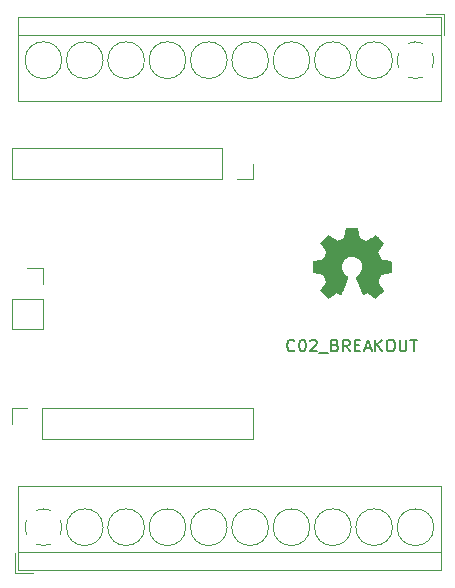
<source format=gbr>
G04 #@! TF.GenerationSoftware,KiCad,Pcbnew,5.1.5-52549c5~86~ubuntu18.04.1*
G04 #@! TF.CreationDate,2020-09-08T17:42:28-05:00*
G04 #@! TF.ProjectId,C02,4330322e-6b69-4636-9164-5f7063625858,rev?*
G04 #@! TF.SameCoordinates,Original*
G04 #@! TF.FileFunction,Legend,Top*
G04 #@! TF.FilePolarity,Positive*
%FSLAX46Y46*%
G04 Gerber Fmt 4.6, Leading zero omitted, Abs format (unit mm)*
G04 Created by KiCad (PCBNEW 5.1.5-52549c5~86~ubuntu18.04.1) date 2020-09-08 17:42:28*
%MOMM*%
%LPD*%
G04 APERTURE LIST*
%ADD10C,0.150000*%
%ADD11C,0.120000*%
%ADD12C,0.010000*%
G04 APERTURE END LIST*
D10*
X44061666Y-48921942D02*
X44014047Y-48969561D01*
X43871190Y-49017180D01*
X43775952Y-49017180D01*
X43633095Y-48969561D01*
X43537857Y-48874323D01*
X43490238Y-48779085D01*
X43442619Y-48588609D01*
X43442619Y-48445752D01*
X43490238Y-48255276D01*
X43537857Y-48160038D01*
X43633095Y-48064800D01*
X43775952Y-48017180D01*
X43871190Y-48017180D01*
X44014047Y-48064800D01*
X44061666Y-48112419D01*
X44680714Y-48017180D02*
X44775952Y-48017180D01*
X44871190Y-48064800D01*
X44918809Y-48112419D01*
X44966428Y-48207657D01*
X45014047Y-48398133D01*
X45014047Y-48636228D01*
X44966428Y-48826704D01*
X44918809Y-48921942D01*
X44871190Y-48969561D01*
X44775952Y-49017180D01*
X44680714Y-49017180D01*
X44585476Y-48969561D01*
X44537857Y-48921942D01*
X44490238Y-48826704D01*
X44442619Y-48636228D01*
X44442619Y-48398133D01*
X44490238Y-48207657D01*
X44537857Y-48112419D01*
X44585476Y-48064800D01*
X44680714Y-48017180D01*
X45395000Y-48112419D02*
X45442619Y-48064800D01*
X45537857Y-48017180D01*
X45775952Y-48017180D01*
X45871190Y-48064800D01*
X45918809Y-48112419D01*
X45966428Y-48207657D01*
X45966428Y-48302895D01*
X45918809Y-48445752D01*
X45347380Y-49017180D01*
X45966428Y-49017180D01*
X46156904Y-49112419D02*
X46918809Y-49112419D01*
X47490238Y-48493371D02*
X47633095Y-48540990D01*
X47680714Y-48588609D01*
X47728333Y-48683847D01*
X47728333Y-48826704D01*
X47680714Y-48921942D01*
X47633095Y-48969561D01*
X47537857Y-49017180D01*
X47156904Y-49017180D01*
X47156904Y-48017180D01*
X47490238Y-48017180D01*
X47585476Y-48064800D01*
X47633095Y-48112419D01*
X47680714Y-48207657D01*
X47680714Y-48302895D01*
X47633095Y-48398133D01*
X47585476Y-48445752D01*
X47490238Y-48493371D01*
X47156904Y-48493371D01*
X48728333Y-49017180D02*
X48395000Y-48540990D01*
X48156904Y-49017180D02*
X48156904Y-48017180D01*
X48537857Y-48017180D01*
X48633095Y-48064800D01*
X48680714Y-48112419D01*
X48728333Y-48207657D01*
X48728333Y-48350514D01*
X48680714Y-48445752D01*
X48633095Y-48493371D01*
X48537857Y-48540990D01*
X48156904Y-48540990D01*
X49156904Y-48493371D02*
X49490238Y-48493371D01*
X49633095Y-49017180D02*
X49156904Y-49017180D01*
X49156904Y-48017180D01*
X49633095Y-48017180D01*
X50014047Y-48731466D02*
X50490238Y-48731466D01*
X49918809Y-49017180D02*
X50252142Y-48017180D01*
X50585476Y-49017180D01*
X50918809Y-49017180D02*
X50918809Y-48017180D01*
X51490238Y-49017180D02*
X51061666Y-48445752D01*
X51490238Y-48017180D02*
X50918809Y-48588609D01*
X52109285Y-48017180D02*
X52299761Y-48017180D01*
X52395000Y-48064800D01*
X52490238Y-48160038D01*
X52537857Y-48350514D01*
X52537857Y-48683847D01*
X52490238Y-48874323D01*
X52395000Y-48969561D01*
X52299761Y-49017180D01*
X52109285Y-49017180D01*
X52014047Y-48969561D01*
X51918809Y-48874323D01*
X51871190Y-48683847D01*
X51871190Y-48350514D01*
X51918809Y-48160038D01*
X52014047Y-48064800D01*
X52109285Y-48017180D01*
X52966428Y-48017180D02*
X52966428Y-48826704D01*
X53014047Y-48921942D01*
X53061666Y-48969561D01*
X53156904Y-49017180D01*
X53347380Y-49017180D01*
X53442619Y-48969561D01*
X53490238Y-48921942D01*
X53537857Y-48826704D01*
X53537857Y-48017180D01*
X53871190Y-48017180D02*
X54442619Y-48017180D01*
X54156904Y-49017180D02*
X54156904Y-48017180D01*
D11*
X21437600Y-41960000D02*
X22767600Y-41960000D01*
X22767600Y-41960000D02*
X22767600Y-43290000D01*
X22767600Y-44560000D02*
X22767600Y-47160000D01*
X20107600Y-47160000D02*
X22767600Y-47160000D01*
X20107600Y-44560000D02*
X20107600Y-47160000D01*
X20107600Y-44560000D02*
X22767600Y-44560000D01*
X20107600Y-55130000D02*
X20107600Y-53800000D01*
X20107600Y-53800000D02*
X21437600Y-53800000D01*
X22707600Y-53800000D02*
X40547600Y-53800000D01*
X40547600Y-56460000D02*
X40547600Y-53800000D01*
X22707600Y-56460000D02*
X40547600Y-56460000D01*
X22707600Y-56460000D02*
X22707600Y-53800000D01*
X40547600Y-33130000D02*
X40547600Y-34460000D01*
X40547600Y-34460000D02*
X39217600Y-34460000D01*
X37947600Y-34460000D02*
X20107600Y-34460000D01*
X20107600Y-31800000D02*
X20107600Y-34460000D01*
X37947600Y-31800000D02*
X20107600Y-31800000D01*
X37947600Y-31800000D02*
X37947600Y-34460000D01*
D12*
G36*
X49450814Y-38997931D02*
G01*
X49534635Y-39442555D01*
X49843920Y-39570053D01*
X50153206Y-39697551D01*
X50524246Y-39445246D01*
X50628157Y-39374996D01*
X50722087Y-39312272D01*
X50801652Y-39259938D01*
X50862470Y-39220857D01*
X50900157Y-39197893D01*
X50910421Y-39192942D01*
X50928910Y-39205676D01*
X50968420Y-39240882D01*
X51024522Y-39294062D01*
X51092787Y-39360718D01*
X51168786Y-39436354D01*
X51248092Y-39516472D01*
X51326275Y-39596574D01*
X51398907Y-39672164D01*
X51461559Y-39738745D01*
X51509803Y-39791818D01*
X51539210Y-39826887D01*
X51546241Y-39838623D01*
X51536123Y-39860260D01*
X51507759Y-39907662D01*
X51464129Y-39976193D01*
X51408218Y-40061215D01*
X51343006Y-40158093D01*
X51305219Y-40213350D01*
X51236343Y-40314248D01*
X51175140Y-40405299D01*
X51124578Y-40481970D01*
X51087628Y-40539728D01*
X51067258Y-40574043D01*
X51064197Y-40581254D01*
X51071136Y-40601748D01*
X51090051Y-40649513D01*
X51118087Y-40717832D01*
X51152391Y-40799989D01*
X51190109Y-40889270D01*
X51228387Y-40978958D01*
X51264370Y-41062338D01*
X51295206Y-41132694D01*
X51318039Y-41183310D01*
X51330017Y-41207471D01*
X51330724Y-41208422D01*
X51349531Y-41213036D01*
X51399618Y-41223328D01*
X51475793Y-41238287D01*
X51572865Y-41256901D01*
X51685643Y-41278159D01*
X51751442Y-41290418D01*
X51871950Y-41313362D01*
X51980797Y-41335195D01*
X52072476Y-41354722D01*
X52141481Y-41370748D01*
X52182304Y-41382079D01*
X52190511Y-41385674D01*
X52198548Y-41410006D01*
X52205033Y-41464959D01*
X52209970Y-41544108D01*
X52213364Y-41641026D01*
X52215218Y-41749287D01*
X52215538Y-41862465D01*
X52214327Y-41974135D01*
X52211590Y-42077868D01*
X52207331Y-42167241D01*
X52201555Y-42235826D01*
X52194267Y-42277197D01*
X52189895Y-42285810D01*
X52163764Y-42296133D01*
X52108393Y-42310892D01*
X52031107Y-42328352D01*
X51939230Y-42346780D01*
X51907158Y-42352741D01*
X51752524Y-42381066D01*
X51630375Y-42403876D01*
X51536673Y-42422080D01*
X51467384Y-42436583D01*
X51418471Y-42448292D01*
X51385897Y-42458115D01*
X51365628Y-42466956D01*
X51353626Y-42475724D01*
X51351947Y-42477457D01*
X51335184Y-42505371D01*
X51309614Y-42559695D01*
X51277788Y-42633777D01*
X51242260Y-42720965D01*
X51205583Y-42814608D01*
X51170311Y-42908052D01*
X51138996Y-42994647D01*
X51114193Y-43067740D01*
X51098454Y-43120678D01*
X51094332Y-43146811D01*
X51094676Y-43147726D01*
X51108641Y-43169086D01*
X51140322Y-43216084D01*
X51186391Y-43283827D01*
X51243518Y-43367423D01*
X51308373Y-43461982D01*
X51326843Y-43488854D01*
X51392699Y-43586275D01*
X51450650Y-43675163D01*
X51497538Y-43750412D01*
X51530207Y-43806920D01*
X51545500Y-43839581D01*
X51546241Y-43843593D01*
X51533392Y-43864684D01*
X51497888Y-43906464D01*
X51444293Y-43964445D01*
X51377171Y-44034135D01*
X51301087Y-44111045D01*
X51220604Y-44190683D01*
X51140287Y-44268561D01*
X51064699Y-44340186D01*
X50998405Y-44401070D01*
X50945969Y-44446721D01*
X50911955Y-44472650D01*
X50902545Y-44476883D01*
X50880643Y-44466912D01*
X50835800Y-44440020D01*
X50775321Y-44400736D01*
X50728789Y-44369117D01*
X50644475Y-44311098D01*
X50544626Y-44242784D01*
X50444473Y-44174579D01*
X50390627Y-44138075D01*
X50208371Y-44014800D01*
X50055381Y-44097520D01*
X49985682Y-44133759D01*
X49926414Y-44161926D01*
X49886311Y-44177991D01*
X49876103Y-44180226D01*
X49863829Y-44163722D01*
X49839613Y-44117082D01*
X49805263Y-44044609D01*
X49762588Y-43950606D01*
X49713394Y-43839374D01*
X49659490Y-43715215D01*
X49602684Y-43582432D01*
X49544782Y-43445327D01*
X49487593Y-43308202D01*
X49432924Y-43175358D01*
X49382584Y-43051098D01*
X49338380Y-42939725D01*
X49302119Y-42845539D01*
X49275609Y-42772844D01*
X49260658Y-42725941D01*
X49258254Y-42709833D01*
X49277311Y-42689286D01*
X49319036Y-42655933D01*
X49374706Y-42616702D01*
X49379378Y-42613599D01*
X49523264Y-42498423D01*
X49639283Y-42364053D01*
X49726430Y-42214784D01*
X49783699Y-42054913D01*
X49810086Y-41888737D01*
X49804585Y-41720552D01*
X49766190Y-41554655D01*
X49693895Y-41395342D01*
X49672626Y-41360487D01*
X49561996Y-41219737D01*
X49431302Y-41106714D01*
X49285064Y-41022003D01*
X49127808Y-40966194D01*
X48964057Y-40939874D01*
X48798333Y-40943630D01*
X48635162Y-40978050D01*
X48479065Y-41043723D01*
X48334567Y-41141235D01*
X48289869Y-41180813D01*
X48176112Y-41304703D01*
X48093218Y-41435124D01*
X48036356Y-41581315D01*
X48004687Y-41726088D01*
X47996869Y-41888860D01*
X48022938Y-42052440D01*
X48080245Y-42211298D01*
X48166144Y-42359906D01*
X48277986Y-42492735D01*
X48413123Y-42604256D01*
X48430883Y-42616011D01*
X48487150Y-42654508D01*
X48529923Y-42687863D01*
X48550372Y-42709160D01*
X48550669Y-42709833D01*
X48546279Y-42732871D01*
X48528876Y-42785157D01*
X48500268Y-42862390D01*
X48462265Y-42960268D01*
X48416674Y-43074491D01*
X48365303Y-43200758D01*
X48309962Y-43334767D01*
X48252458Y-43472218D01*
X48194601Y-43608808D01*
X48138198Y-43740237D01*
X48085058Y-43862205D01*
X48036990Y-43970409D01*
X47995801Y-44060549D01*
X47963301Y-44128323D01*
X47941297Y-44169430D01*
X47932436Y-44180226D01*
X47905360Y-44171819D01*
X47854697Y-44149272D01*
X47789183Y-44116613D01*
X47753159Y-44097520D01*
X47600168Y-44014800D01*
X47417912Y-44138075D01*
X47324875Y-44201228D01*
X47223015Y-44270727D01*
X47127562Y-44336165D01*
X47079750Y-44369117D01*
X47012505Y-44414273D01*
X46955564Y-44450057D01*
X46916354Y-44471938D01*
X46903619Y-44476563D01*
X46885083Y-44464085D01*
X46844059Y-44429252D01*
X46784525Y-44375678D01*
X46710458Y-44306983D01*
X46625835Y-44226781D01*
X46572315Y-44175286D01*
X46478681Y-44083286D01*
X46397759Y-44000999D01*
X46332823Y-43931945D01*
X46287142Y-43879644D01*
X46263989Y-43847616D01*
X46261768Y-43841116D01*
X46272076Y-43816394D01*
X46300561Y-43766405D01*
X46344063Y-43696212D01*
X46399423Y-43610875D01*
X46463480Y-43515456D01*
X46481697Y-43488854D01*
X46548073Y-43392167D01*
X46607622Y-43305117D01*
X46657016Y-43232595D01*
X46692925Y-43179493D01*
X46712019Y-43150703D01*
X46713864Y-43147726D01*
X46711105Y-43124782D01*
X46696462Y-43074336D01*
X46672487Y-43003041D01*
X46641734Y-42917547D01*
X46606756Y-42824507D01*
X46570107Y-42730574D01*
X46534339Y-42642399D01*
X46502006Y-42566634D01*
X46475662Y-42509931D01*
X46457858Y-42478943D01*
X46456593Y-42477457D01*
X46445706Y-42468601D01*
X46427318Y-42459843D01*
X46397394Y-42450277D01*
X46351897Y-42438996D01*
X46286791Y-42425093D01*
X46198039Y-42407663D01*
X46081607Y-42385798D01*
X45933458Y-42358591D01*
X45901382Y-42352741D01*
X45806314Y-42334374D01*
X45723435Y-42316405D01*
X45660070Y-42300569D01*
X45623542Y-42288600D01*
X45618644Y-42285810D01*
X45610573Y-42261072D01*
X45604013Y-42205790D01*
X45598967Y-42126389D01*
X45595441Y-42029296D01*
X45593439Y-41920938D01*
X45592964Y-41807740D01*
X45594023Y-41696128D01*
X45596618Y-41592529D01*
X45600754Y-41503368D01*
X45606437Y-41435072D01*
X45613669Y-41394066D01*
X45618029Y-41385674D01*
X45642302Y-41377208D01*
X45697574Y-41363435D01*
X45778338Y-41345550D01*
X45879088Y-41324748D01*
X45994317Y-41302223D01*
X46057098Y-41290418D01*
X46176213Y-41268151D01*
X46282435Y-41247979D01*
X46370573Y-41230915D01*
X46435434Y-41217969D01*
X46471826Y-41210155D01*
X46477816Y-41208422D01*
X46487939Y-41188890D01*
X46509338Y-41141843D01*
X46539161Y-41074003D01*
X46574555Y-40992091D01*
X46612668Y-40902828D01*
X46650647Y-40812935D01*
X46685640Y-40729135D01*
X46714794Y-40658147D01*
X46735257Y-40606694D01*
X46744177Y-40581497D01*
X46744343Y-40580396D01*
X46734231Y-40560519D01*
X46705883Y-40514777D01*
X46662277Y-40447717D01*
X46606394Y-40363884D01*
X46541213Y-40267826D01*
X46503321Y-40212650D01*
X46434275Y-40111481D01*
X46372950Y-40019630D01*
X46322337Y-39941744D01*
X46285429Y-39882469D01*
X46265218Y-39846451D01*
X46262299Y-39838377D01*
X46274847Y-39819584D01*
X46309537Y-39779457D01*
X46361937Y-39722493D01*
X46427616Y-39653185D01*
X46502144Y-39576031D01*
X46581087Y-39495525D01*
X46660017Y-39416163D01*
X46734500Y-39342440D01*
X46800106Y-39278852D01*
X46852404Y-39229894D01*
X46886961Y-39200061D01*
X46898522Y-39192942D01*
X46917346Y-39202953D01*
X46962369Y-39231078D01*
X47029213Y-39274454D01*
X47113501Y-39330218D01*
X47210856Y-39395506D01*
X47284293Y-39445246D01*
X47655333Y-39697551D01*
X48273905Y-39442555D01*
X48357725Y-38997931D01*
X48441546Y-38553307D01*
X49366994Y-38553307D01*
X49450814Y-38997931D01*
G37*
X49450814Y-38997931D02*
X49534635Y-39442555D01*
X49843920Y-39570053D01*
X50153206Y-39697551D01*
X50524246Y-39445246D01*
X50628157Y-39374996D01*
X50722087Y-39312272D01*
X50801652Y-39259938D01*
X50862470Y-39220857D01*
X50900157Y-39197893D01*
X50910421Y-39192942D01*
X50928910Y-39205676D01*
X50968420Y-39240882D01*
X51024522Y-39294062D01*
X51092787Y-39360718D01*
X51168786Y-39436354D01*
X51248092Y-39516472D01*
X51326275Y-39596574D01*
X51398907Y-39672164D01*
X51461559Y-39738745D01*
X51509803Y-39791818D01*
X51539210Y-39826887D01*
X51546241Y-39838623D01*
X51536123Y-39860260D01*
X51507759Y-39907662D01*
X51464129Y-39976193D01*
X51408218Y-40061215D01*
X51343006Y-40158093D01*
X51305219Y-40213350D01*
X51236343Y-40314248D01*
X51175140Y-40405299D01*
X51124578Y-40481970D01*
X51087628Y-40539728D01*
X51067258Y-40574043D01*
X51064197Y-40581254D01*
X51071136Y-40601748D01*
X51090051Y-40649513D01*
X51118087Y-40717832D01*
X51152391Y-40799989D01*
X51190109Y-40889270D01*
X51228387Y-40978958D01*
X51264370Y-41062338D01*
X51295206Y-41132694D01*
X51318039Y-41183310D01*
X51330017Y-41207471D01*
X51330724Y-41208422D01*
X51349531Y-41213036D01*
X51399618Y-41223328D01*
X51475793Y-41238287D01*
X51572865Y-41256901D01*
X51685643Y-41278159D01*
X51751442Y-41290418D01*
X51871950Y-41313362D01*
X51980797Y-41335195D01*
X52072476Y-41354722D01*
X52141481Y-41370748D01*
X52182304Y-41382079D01*
X52190511Y-41385674D01*
X52198548Y-41410006D01*
X52205033Y-41464959D01*
X52209970Y-41544108D01*
X52213364Y-41641026D01*
X52215218Y-41749287D01*
X52215538Y-41862465D01*
X52214327Y-41974135D01*
X52211590Y-42077868D01*
X52207331Y-42167241D01*
X52201555Y-42235826D01*
X52194267Y-42277197D01*
X52189895Y-42285810D01*
X52163764Y-42296133D01*
X52108393Y-42310892D01*
X52031107Y-42328352D01*
X51939230Y-42346780D01*
X51907158Y-42352741D01*
X51752524Y-42381066D01*
X51630375Y-42403876D01*
X51536673Y-42422080D01*
X51467384Y-42436583D01*
X51418471Y-42448292D01*
X51385897Y-42458115D01*
X51365628Y-42466956D01*
X51353626Y-42475724D01*
X51351947Y-42477457D01*
X51335184Y-42505371D01*
X51309614Y-42559695D01*
X51277788Y-42633777D01*
X51242260Y-42720965D01*
X51205583Y-42814608D01*
X51170311Y-42908052D01*
X51138996Y-42994647D01*
X51114193Y-43067740D01*
X51098454Y-43120678D01*
X51094332Y-43146811D01*
X51094676Y-43147726D01*
X51108641Y-43169086D01*
X51140322Y-43216084D01*
X51186391Y-43283827D01*
X51243518Y-43367423D01*
X51308373Y-43461982D01*
X51326843Y-43488854D01*
X51392699Y-43586275D01*
X51450650Y-43675163D01*
X51497538Y-43750412D01*
X51530207Y-43806920D01*
X51545500Y-43839581D01*
X51546241Y-43843593D01*
X51533392Y-43864684D01*
X51497888Y-43906464D01*
X51444293Y-43964445D01*
X51377171Y-44034135D01*
X51301087Y-44111045D01*
X51220604Y-44190683D01*
X51140287Y-44268561D01*
X51064699Y-44340186D01*
X50998405Y-44401070D01*
X50945969Y-44446721D01*
X50911955Y-44472650D01*
X50902545Y-44476883D01*
X50880643Y-44466912D01*
X50835800Y-44440020D01*
X50775321Y-44400736D01*
X50728789Y-44369117D01*
X50644475Y-44311098D01*
X50544626Y-44242784D01*
X50444473Y-44174579D01*
X50390627Y-44138075D01*
X50208371Y-44014800D01*
X50055381Y-44097520D01*
X49985682Y-44133759D01*
X49926414Y-44161926D01*
X49886311Y-44177991D01*
X49876103Y-44180226D01*
X49863829Y-44163722D01*
X49839613Y-44117082D01*
X49805263Y-44044609D01*
X49762588Y-43950606D01*
X49713394Y-43839374D01*
X49659490Y-43715215D01*
X49602684Y-43582432D01*
X49544782Y-43445327D01*
X49487593Y-43308202D01*
X49432924Y-43175358D01*
X49382584Y-43051098D01*
X49338380Y-42939725D01*
X49302119Y-42845539D01*
X49275609Y-42772844D01*
X49260658Y-42725941D01*
X49258254Y-42709833D01*
X49277311Y-42689286D01*
X49319036Y-42655933D01*
X49374706Y-42616702D01*
X49379378Y-42613599D01*
X49523264Y-42498423D01*
X49639283Y-42364053D01*
X49726430Y-42214784D01*
X49783699Y-42054913D01*
X49810086Y-41888737D01*
X49804585Y-41720552D01*
X49766190Y-41554655D01*
X49693895Y-41395342D01*
X49672626Y-41360487D01*
X49561996Y-41219737D01*
X49431302Y-41106714D01*
X49285064Y-41022003D01*
X49127808Y-40966194D01*
X48964057Y-40939874D01*
X48798333Y-40943630D01*
X48635162Y-40978050D01*
X48479065Y-41043723D01*
X48334567Y-41141235D01*
X48289869Y-41180813D01*
X48176112Y-41304703D01*
X48093218Y-41435124D01*
X48036356Y-41581315D01*
X48004687Y-41726088D01*
X47996869Y-41888860D01*
X48022938Y-42052440D01*
X48080245Y-42211298D01*
X48166144Y-42359906D01*
X48277986Y-42492735D01*
X48413123Y-42604256D01*
X48430883Y-42616011D01*
X48487150Y-42654508D01*
X48529923Y-42687863D01*
X48550372Y-42709160D01*
X48550669Y-42709833D01*
X48546279Y-42732871D01*
X48528876Y-42785157D01*
X48500268Y-42862390D01*
X48462265Y-42960268D01*
X48416674Y-43074491D01*
X48365303Y-43200758D01*
X48309962Y-43334767D01*
X48252458Y-43472218D01*
X48194601Y-43608808D01*
X48138198Y-43740237D01*
X48085058Y-43862205D01*
X48036990Y-43970409D01*
X47995801Y-44060549D01*
X47963301Y-44128323D01*
X47941297Y-44169430D01*
X47932436Y-44180226D01*
X47905360Y-44171819D01*
X47854697Y-44149272D01*
X47789183Y-44116613D01*
X47753159Y-44097520D01*
X47600168Y-44014800D01*
X47417912Y-44138075D01*
X47324875Y-44201228D01*
X47223015Y-44270727D01*
X47127562Y-44336165D01*
X47079750Y-44369117D01*
X47012505Y-44414273D01*
X46955564Y-44450057D01*
X46916354Y-44471938D01*
X46903619Y-44476563D01*
X46885083Y-44464085D01*
X46844059Y-44429252D01*
X46784525Y-44375678D01*
X46710458Y-44306983D01*
X46625835Y-44226781D01*
X46572315Y-44175286D01*
X46478681Y-44083286D01*
X46397759Y-44000999D01*
X46332823Y-43931945D01*
X46287142Y-43879644D01*
X46263989Y-43847616D01*
X46261768Y-43841116D01*
X46272076Y-43816394D01*
X46300561Y-43766405D01*
X46344063Y-43696212D01*
X46399423Y-43610875D01*
X46463480Y-43515456D01*
X46481697Y-43488854D01*
X46548073Y-43392167D01*
X46607622Y-43305117D01*
X46657016Y-43232595D01*
X46692925Y-43179493D01*
X46712019Y-43150703D01*
X46713864Y-43147726D01*
X46711105Y-43124782D01*
X46696462Y-43074336D01*
X46672487Y-43003041D01*
X46641734Y-42917547D01*
X46606756Y-42824507D01*
X46570107Y-42730574D01*
X46534339Y-42642399D01*
X46502006Y-42566634D01*
X46475662Y-42509931D01*
X46457858Y-42478943D01*
X46456593Y-42477457D01*
X46445706Y-42468601D01*
X46427318Y-42459843D01*
X46397394Y-42450277D01*
X46351897Y-42438996D01*
X46286791Y-42425093D01*
X46198039Y-42407663D01*
X46081607Y-42385798D01*
X45933458Y-42358591D01*
X45901382Y-42352741D01*
X45806314Y-42334374D01*
X45723435Y-42316405D01*
X45660070Y-42300569D01*
X45623542Y-42288600D01*
X45618644Y-42285810D01*
X45610573Y-42261072D01*
X45604013Y-42205790D01*
X45598967Y-42126389D01*
X45595441Y-42029296D01*
X45593439Y-41920938D01*
X45592964Y-41807740D01*
X45594023Y-41696128D01*
X45596618Y-41592529D01*
X45600754Y-41503368D01*
X45606437Y-41435072D01*
X45613669Y-41394066D01*
X45618029Y-41385674D01*
X45642302Y-41377208D01*
X45697574Y-41363435D01*
X45778338Y-41345550D01*
X45879088Y-41324748D01*
X45994317Y-41302223D01*
X46057098Y-41290418D01*
X46176213Y-41268151D01*
X46282435Y-41247979D01*
X46370573Y-41230915D01*
X46435434Y-41217969D01*
X46471826Y-41210155D01*
X46477816Y-41208422D01*
X46487939Y-41188890D01*
X46509338Y-41141843D01*
X46539161Y-41074003D01*
X46574555Y-40992091D01*
X46612668Y-40902828D01*
X46650647Y-40812935D01*
X46685640Y-40729135D01*
X46714794Y-40658147D01*
X46735257Y-40606694D01*
X46744177Y-40581497D01*
X46744343Y-40580396D01*
X46734231Y-40560519D01*
X46705883Y-40514777D01*
X46662277Y-40447717D01*
X46606394Y-40363884D01*
X46541213Y-40267826D01*
X46503321Y-40212650D01*
X46434275Y-40111481D01*
X46372950Y-40019630D01*
X46322337Y-39941744D01*
X46285429Y-39882469D01*
X46265218Y-39846451D01*
X46262299Y-39838377D01*
X46274847Y-39819584D01*
X46309537Y-39779457D01*
X46361937Y-39722493D01*
X46427616Y-39653185D01*
X46502144Y-39576031D01*
X46581087Y-39495525D01*
X46660017Y-39416163D01*
X46734500Y-39342440D01*
X46800106Y-39278852D01*
X46852404Y-39229894D01*
X46886961Y-39200061D01*
X46898522Y-39192942D01*
X46917346Y-39202953D01*
X46962369Y-39231078D01*
X47029213Y-39274454D01*
X47113501Y-39330218D01*
X47210856Y-39395506D01*
X47284293Y-39445246D01*
X47655333Y-39697551D01*
X48273905Y-39442555D01*
X48357725Y-38997931D01*
X48441546Y-38553307D01*
X49366994Y-38553307D01*
X49450814Y-38997931D01*
D11*
X20405200Y-67801400D02*
X21905200Y-67801400D01*
X20405200Y-66061400D02*
X20405200Y-67801400D01*
X56465200Y-60441400D02*
X56465200Y-67561400D01*
X20645200Y-60441400D02*
X20645200Y-67561400D01*
X20645200Y-67561400D02*
X56465200Y-67561400D01*
X20645200Y-60441400D02*
X56465200Y-60441400D01*
X20645200Y-66001400D02*
X56465200Y-66001400D01*
X55860200Y-63901400D02*
G75*
G03X55860200Y-63901400I-1555000J0D01*
G01*
X52360200Y-63901400D02*
G75*
G03X52360200Y-63901400I-1555000J0D01*
G01*
X48860200Y-63901400D02*
G75*
G03X48860200Y-63901400I-1555000J0D01*
G01*
X45360200Y-63901400D02*
G75*
G03X45360200Y-63901400I-1555000J0D01*
G01*
X41860200Y-63901400D02*
G75*
G03X41860200Y-63901400I-1555000J0D01*
G01*
X38360200Y-63901400D02*
G75*
G03X38360200Y-63901400I-1555000J0D01*
G01*
X34860200Y-63901400D02*
G75*
G03X34860200Y-63901400I-1555000J0D01*
G01*
X31360200Y-63901400D02*
G75*
G03X31360200Y-63901400I-1555000J0D01*
G01*
X27860200Y-63901400D02*
G75*
G03X27860200Y-63901400I-1555000J0D01*
G01*
X22832211Y-65456892D02*
G75*
G02X22197200Y-65333400I-27011J1555492D01*
G01*
X21373091Y-64509142D02*
G75*
G02X21373200Y-63293400I1432109J607742D01*
G01*
X22197458Y-62469291D02*
G75*
G02X23413200Y-62469400I607742J-1432109D01*
G01*
X24237309Y-63293658D02*
G75*
G02X24237200Y-64509400I-1432109J-607742D01*
G01*
X23412787Y-65332785D02*
G75*
G02X22805200Y-65456400I-607587J1431385D01*
G01*
X56705200Y-20458600D02*
X55205200Y-20458600D01*
X56705200Y-22198600D02*
X56705200Y-20458600D01*
X20645200Y-27818600D02*
X20645200Y-20698600D01*
X56465200Y-27818600D02*
X56465200Y-20698600D01*
X56465200Y-20698600D02*
X20645200Y-20698600D01*
X56465200Y-27818600D02*
X20645200Y-27818600D01*
X56465200Y-22258600D02*
X20645200Y-22258600D01*
X24360200Y-24358600D02*
G75*
G03X24360200Y-24358600I-1555000J0D01*
G01*
X27860200Y-24358600D02*
G75*
G03X27860200Y-24358600I-1555000J0D01*
G01*
X31360200Y-24358600D02*
G75*
G03X31360200Y-24358600I-1555000J0D01*
G01*
X34860200Y-24358600D02*
G75*
G03X34860200Y-24358600I-1555000J0D01*
G01*
X38360200Y-24358600D02*
G75*
G03X38360200Y-24358600I-1555000J0D01*
G01*
X41860200Y-24358600D02*
G75*
G03X41860200Y-24358600I-1555000J0D01*
G01*
X45360200Y-24358600D02*
G75*
G03X45360200Y-24358600I-1555000J0D01*
G01*
X48860200Y-24358600D02*
G75*
G03X48860200Y-24358600I-1555000J0D01*
G01*
X52360200Y-24358600D02*
G75*
G03X52360200Y-24358600I-1555000J0D01*
G01*
X54278189Y-22803108D02*
G75*
G02X54913200Y-22926600I27011J-1555492D01*
G01*
X55737309Y-23750858D02*
G75*
G02X55737200Y-24966600I-1432109J-607742D01*
G01*
X54912942Y-25790709D02*
G75*
G02X53697200Y-25790600I-607742J1432109D01*
G01*
X52873091Y-24966342D02*
G75*
G02X52873200Y-23750600I1432109J607742D01*
G01*
X53697613Y-22927215D02*
G75*
G02X54305200Y-22803600I607587J-1431385D01*
G01*
M02*

</source>
